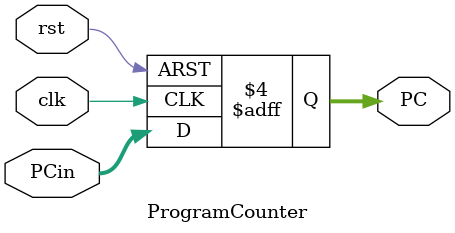
<source format=v>
module ProgramCounter(
	input clk,
	input rst,
	input [7:0] PCin,
	
	output reg [7:0] PC

);
	initial begin
	PC [7:0] = 8'b0;
	end
	
	always@(posedge clk or negedge rst) begin
		
		if(!rst)begin
		PC [7:0] <= 8'b00000000;
		end
		else begin
			PC <= PCin;
		end
	
	end
endmodule
</source>
